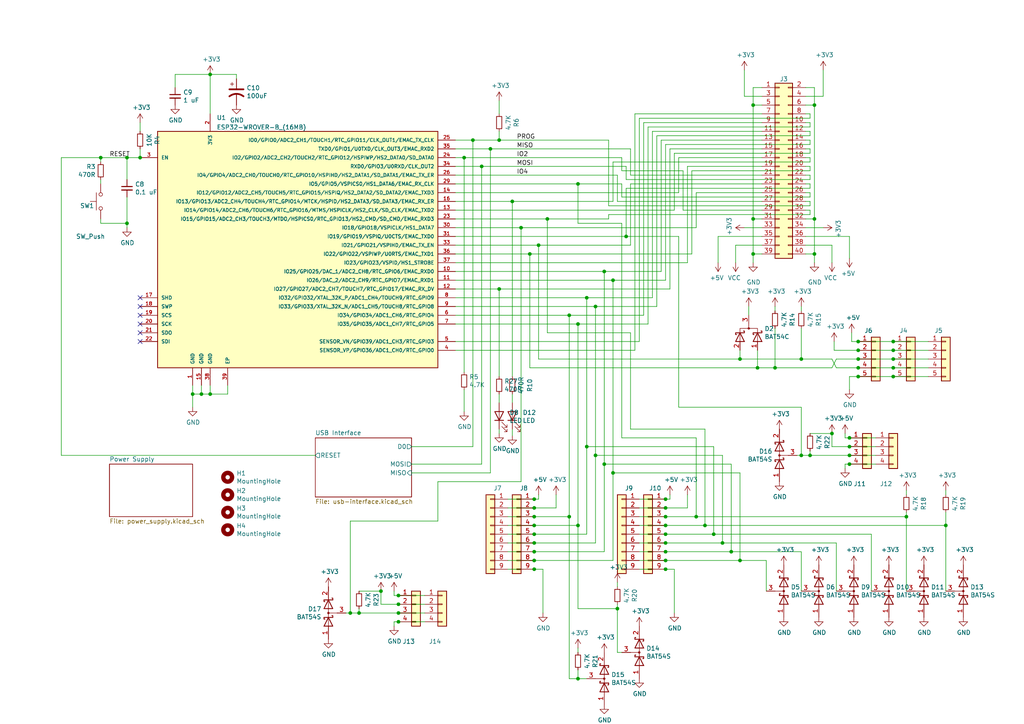
<source format=kicad_sch>
(kicad_sch (version 20211123) (generator eeschema)
  (paper "A4")
  (lib_symbols
    (symbol "Connector_Generic:Conn_01x04" (pin_names (offset 1.016) hide)
      (property "Reference" "J" (at 0 5.08 0))
      (property "Value" "Conn_01x04" (at 0 -7.62 0))
      (symbol "Conn_01x04_1_1"
        (pin passive line (at -5.08 2.54 0) (length 3.81) (name "Pin_1") (number "1"))
        (pin passive line (at -5.08 0 0) (length 3.81) (name "Pin_2") (number "2"))
        (pin passive line (at -5.08 -2.54 0) (length 3.81) (name "Pin_3") (number "3"))
        (pin passive line (at -5.08 -5.08 0) (length 3.81) (name "Pin_4") (number "4"))
      )
    )
    (symbol "Connector_Generic:Conn_01x05" (pin_names (offset 1.016) hide)
      (property "Reference" "J" (at 0 7.62 0))
      (property "Value" "Conn_01x05" (at 0 -7.62 0))
      (symbol "Conn_01x05_1_1"
        (pin passive line (at -5.08 5.08 0) (length 3.81) (name "Pin_1") (number "1"))
        (pin passive line (at -5.08 2.54 0) (length 3.81) (name "Pin_2") (number "2"))
        (pin passive line (at -5.08 0 0) (length 3.81) (name "Pin_3") (number "3"))
        (pin passive line (at -5.08 -2.54 0) (length 3.81) (name "Pin_4") (number "4"))
        (pin passive line (at -5.08 -5.08 0) (length 3.81) (name "Pin_5") (number "5"))
      )
    )
    (symbol "Connector_Generic:Conn_01x09" (pin_names (offset 1.016) hide)
      (property "Reference" "J" (at 0 12.7 0))
      (property "Value" "Conn_01x09" (at 0 -12.7 0))
      (symbol "Conn_01x09_1_1"
        (pin passive line (at -5.08 10.16 0) (length 3.81) (name "Pin_1") (number "1"))
        (pin passive line (at -5.08 7.62 0) (length 3.81) (name "Pin_2") (number "2"))
        (pin passive line (at -5.08 5.08 0) (length 3.81) (name "Pin_3") (number "3"))
        (pin passive line (at -5.08 2.54 0) (length 3.81) (name "Pin_4") (number "4"))
        (pin passive line (at -5.08 0 0) (length 3.81) (name "Pin_5") (number "5"))
        (pin passive line (at -5.08 -2.54 0) (length 3.81) (name "Pin_6") (number "6"))
        (pin passive line (at -5.08 -5.08 0) (length 3.81) (name "Pin_7") (number "7"))
        (pin passive line (at -5.08 -7.62 0) (length 3.81) (name "Pin_8") (number "8"))
        (pin passive line (at -5.08 -10.16 0) (length 3.81) (name "Pin_9") (number "9"))
      )
    )
    (symbol "Connector_Generic:Conn_02x20_Odd_Even" (pin_names (offset 1.016) hide)
      (property "Reference" "J" (at 1.27 25.4 0))
      (property "Value" "Conn_02x20_Odd_Even" (at 1.27 -27.94 0))
      (symbol "Conn_02x20_Odd_Even_1_1"
        (pin passive line (at -5.08 22.86 0) (length 3.81) (name "Pin_1") (number "1"))
        (pin passive line (at 7.62 12.7 180) (length 3.81) (name "Pin_10") (number "10"))
        (pin passive line (at -5.08 10.16 0) (length 3.81) (name "Pin_11") (number "11"))
        (pin passive line (at 7.62 10.16 180) (length 3.81) (name "Pin_12") (number "12"))
        (pin passive line (at -5.08 7.62 0) (length 3.81) (name "Pin_13") (number "13"))
        (pin passive line (at 7.62 7.62 180) (length 3.81) (name "Pin_14") (number "14"))
        (pin passive line (at -5.08 5.08 0) (length 3.81) (name "Pin_15") (number "15"))
        (pin passive line (at 7.62 5.08 180) (length 3.81) (name "Pin_16") (number "16"))
        (pin passive line (at -5.08 2.54 0) (length 3.81) (name "Pin_17") (number "17"))
        (pin passive line (at 7.62 2.54 180) (length 3.81) (name "Pin_18") (number "18"))
        (pin passive line (at -5.08 0 0) (length 3.81) (name "Pin_19") (number "19"))
        (pin passive line (at 7.62 22.86 180) (length 3.81) (name "Pin_2") (number "2"))
        (pin passive line (at 7.62 0 180) (length 3.81) (name "Pin_20") (number "20"))
        (pin passive line (at -5.08 -2.54 0) (length 3.81) (name "Pin_21") (number "21"))
        (pin passive line (at 7.62 -2.54 180) (length 3.81) (name "Pin_22") (number "22"))
        (pin passive line (at -5.08 -5.08 0) (length 3.81) (name "Pin_23") (number "23"))
        (pin passive line (at 7.62 -5.08 180) (length 3.81) (name "Pin_24") (number "24"))
        (pin passive line (at -5.08 -7.62 0) (length 3.81) (name "Pin_25") (number "25"))
        (pin passive line (at 7.62 -7.62 180) (length 3.81) (name "Pin_26") (number "26"))
        (pin passive line (at -5.08 -10.16 0) (length 3.81) (name "Pin_27") (number "27"))
        (pin passive line (at 7.62 -10.16 180) (length 3.81) (name "Pin_28") (number "28"))
        (pin passive line (at -5.08 -12.7 0) (length 3.81) (name "Pin_29") (number "29"))
        (pin passive line (at -5.08 20.32 0) (length 3.81) (name "Pin_3") (number "3"))
        (pin passive line (at 7.62 -12.7 180) (length 3.81) (name "Pin_30") (number "30"))
        (pin passive line (at -5.08 -15.24 0) (length 3.81) (name "Pin_31") (number "31"))
        (pin passive line (at 7.62 -15.24 180) (length 3.81) (name "Pin_32") (number "32"))
        (pin passive line (at -5.08 -17.78 0) (length 3.81) (name "Pin_33") (number "33"))
        (pin passive line (at 7.62 -17.78 180) (length 3.81) (name "Pin_34") (number "34"))
        (pin passive line (at -5.08 -20.32 0) (length 3.81) (name "Pin_35") (number "35"))
        (pin passive line (at 7.62 -20.32 180) (length 3.81) (name "Pin_36") (number "36"))
        (pin passive line (at -5.08 -22.86 0) (length 3.81) (name "Pin_37") (number "37"))
        (pin passive line (at 7.62 -22.86 180) (length 3.81) (name "Pin_38") (number "38"))
        (pin passive line (at -5.08 -25.4 0) (length 3.81) (name "Pin_39") (number "39"))
        (pin passive line (at 7.62 20.32 180) (length 3.81) (name "Pin_4") (number "4"))
        (pin passive line (at 7.62 -25.4 180) (length 3.81) (name "Pin_40") (number "40"))
        (pin passive line (at -5.08 17.78 0) (length 3.81) (name "Pin_5") (number "5"))
        (pin passive line (at 7.62 17.78 180) (length 3.81) (name "Pin_6") (number "6"))
        (pin passive line (at -5.08 15.24 0) (length 3.81) (name "Pin_7") (number "7"))
        (pin passive line (at 7.62 15.24 180) (length 3.81) (name "Pin_8") (number "8"))
        (pin passive line (at -5.08 12.7 0) (length 3.81) (name "Pin_9") (number "9"))
      )
    )
    (symbol "Device:CP1" (pin_numbers hide) (pin_names (offset 0.254) hide)
      (property "Reference" "C" (at 0.635 2.54 0))
      (property "Value" "Device_CP1" (at 0.635 -2.54 0))
      (symbol "CP1_1_1"
        (pin passive line (at 0 3.81 270) (length 2.794) (name "~") (number "1"))
        (pin passive line (at 0 -3.81 90) (length 3.302) (name "~") (number "2"))
      )
    )
    (symbol "Device:C_Small" (pin_numbers hide) (pin_names (offset 0.254) hide)
      (property "Reference" "C" (at 0.254 1.778 0))
      (property "Value" "C_Small" (at 0.254 -2.032 0))
      (symbol "C_Small_1_1"
        (pin passive line (at 0 2.54 270) (length 2.032) (name "~") (number "1"))
        (pin passive line (at 0 -2.54 90) (length 2.032) (name "~") (number "2"))
      )
    )
    (symbol "Device:D_Schottky_x2_KCom_AAK_Parallel" (pin_names (offset 0.762) hide)
      (property "Reference" "D" (at 0 5.08 0))
      (property "Value" "Device_D_Schottky_x2_KCom_AAK_Parallel" (at 0 -5.08 0))
      (symbol "D_Schottky_x2_KCom_AAK_Parallel_0_1"
        (pin passive line (at -5.08 2.54 0) (length 2.54) (name "K") (number "1"))
        (pin passive line (at -5.08 -2.54 0) (length 2.54) (name "K") (number "2"))
        (pin passive line (at 5.08 0 180) (length 2.54) (name "A") (number "3"))
      )
    )
    (symbol "Device:D_Schottky_x2_Serial_AKC" (pin_names (offset 0.762) hide)
      (property "Reference" "D" (at 1.27 -2.54 0))
      (property "Value" "Device_D_Schottky_x2_Serial_AKC" (at 0 2.54 0))
      (symbol "D_Schottky_x2_Serial_AKC_0_1"
        (pin passive line (at -7.62 0 0) (length 3.81) (name "A") (number "1"))
        (pin passive line (at 7.62 0 180) (length 3.81) (name "K") (number "2"))
        (pin passive line (at 0 -5.08 90) (length 2.54) (name "common") (number "3"))
      )
    )
    (symbol "Device:LED" (pin_numbers hide) (pin_names (offset 1.016) hide)
      (property "Reference" "D" (at 0 2.54 0))
      (property "Value" "LED" (at 0 -2.54 0))
      (symbol "LED_1_1"
        (pin passive line (at -3.81 0 0) (length 2.54) (name "K") (number "1"))
        (pin passive line (at 3.81 0 180) (length 2.54) (name "A") (number "2"))
      )
    )
    (symbol "Device:R_Small" (pin_numbers hide) (pin_names (offset 0.254) hide)
      (property "Reference" "R" (at 0.762 0.508 0))
      (property "Value" "R_Small" (at 0.762 -1.016 0))
      (symbol "R_Small_1_1"
        (pin passive line (at 0 2.54 270) (length 0.762) (name "~") (number "1"))
        (pin passive line (at 0 -2.54 90) (length 0.762) (name "~") (number "2"))
      )
    )
    (symbol "ESP32-Water-Meter-Monitor-rescue:D_Schottky_x2_Serial_AKC-Device" (pin_names (offset 0.762) hide)
      (property "Reference" "D" (at 1.27 -2.54 0))
      (property "Value" "D_Schottky_x2_Serial_AKC-Device" (at 0 2.54 0))
      (symbol "D_Schottky_x2_Serial_AKC-Device_0_1"
        (pin passive line (at -7.62 0 0) (length 3.81) (name "A") (number "1"))
        (pin passive line (at 7.62 0 180) (length 3.81) (name "K") (number "2"))
        (pin passive line (at 0 -5.08 90) (length 2.54) (name "common") (number "3"))
      )
    )
    (symbol "Mechanical:MountingHole" (pin_names (offset 1.016))
      (property "Reference" "H" (at 0 5.08 0))
      (property "Value" "MountingHole" (at 0 3.175 0))
    )
    (symbol "Switch:SW_Push" (pin_numbers hide) (pin_names (offset 1.016) hide)
      (property "Reference" "SW" (at 1.27 2.54 0))
      (property "Value" "Switch_SW_Push" (at 0 -1.524 0))
      (symbol "SW_Push_0_1"
        (pin passive line (at -5.08 0 0) (length 2.54) (name "1") (number "1"))
        (pin passive line (at 5.08 0 180) (length 2.54) (name "2") (number "2"))
      )
    )
    (symbol "custom:ESP32-WROVER-B_(16MB)" (pin_names (offset 1.016))
      (property "Reference" "U" (at 66.04 38.1 0))
      (property "Value" "ESP32-WROVER-B_(16MB)" (at 66.04 35.56 0))
      (symbol "ESP32-WROVER-B_(16MB)_0_0"
        (pin power_in line (at 30.48 -38.1 90) (length 5.08) (name "GND") (number "1"))
        (pin bidirectional line (at 106.68 -5.08 180) (length 5.08) (name "IO25/GPIO25/DAC_1/ADC2_CH8/RTC_GPIO6/EMAC_RXD0") (number "10"))
        (pin bidirectional line (at 106.68 -7.62 180) (length 5.08) (name "IO26/DAC_2/ADC2_CH9/RTC_GPIO7/EMAC_RXD1") (number "11"))
        (pin bidirectional line (at 106.68 -10.16 180) (length 5.08) (name "IO27/GPIO27/ADC2_CH7/TOUCH7/RTC_GPIO17/EMAC_RX_DV") (number "12"))
        (pin bidirectional line (at 106.68 12.7 180) (length 5.08) (name "IO14/GPIO14/ADC2_CH6/TOUCH6/RTC_GPIO16/MTMS/HSPICLK/HS2_CLK/SD_CLK/EMAC_TXD2") (number "13"))
        (pin bidirectional line (at 106.68 17.78 180) (length 5.08) (name "IO12/GPIO12/ADC2_CH5/TOUCH5/RTC_GPIO15/HSPIQ/HS2_DATA2/SD_DATA2/EMAC_TXD3") (number "14"))
        (pin power_in line (at 33.02 -38.1 90) (length 5.08) (name "GND") (number "15"))
        (pin bidirectional line (at 106.68 15.24 180) (length 5.08) (name "IO13/GPIO13/ADC2_CH4/TOUCH4/RTC_GPIO14/MTCK/HSPID/HS2_DATA3/SD_DATA3/EMAC_RX_ER") (number "16"))
        (pin bidirectional line (at 15.24 -12.7 0) (length 5.08) (name "SHD") (number "17"))
        (pin bidirectional line (at 15.24 -15.24 0) (length 5.08) (name "SWP") (number "18"))
        (pin bidirectional line (at 15.24 -17.78 0) (length 5.08) (name "SCS") (number "19"))
        (pin power_in line (at 35.56 40.64 270) (length 5.08) (name "3V3") (number "2"))
        (pin bidirectional line (at 15.24 -20.32 0) (length 5.08) (name "SCK") (number "20"))
        (pin bidirectional line (at 15.24 -22.86 0) (length 5.08) (name "SDO") (number "21"))
        (pin bidirectional line (at 15.24 -25.4 0) (length 5.08) (name "SDI") (number "22"))
        (pin bidirectional line (at 106.68 10.16 180) (length 5.08) (name "IO15/GPIO15/ADC2_CH3/TOUCH3/MTDO/HSPICS0/RTC_GPIO13/HS2_CMD/SD_CMD/EMAC_RXD3") (number "23"))
        (pin bidirectional line (at 106.68 27.94 180) (length 5.08) (name "IO2/GPIO2/ADC2_CH2/TOUCH2/RTC_GPIO12/HSPIWP/HS2_DATA0/SD_DATA0") (number "24"))
        (pin bidirectional line (at 106.68 33.02 180) (length 5.08) (name "IO0/GPIO0/ADC2_CH1/TOUCH1/RTC_GPIO11/CLK_OUT1/EMAC_TX_CLK") (number "25"))
        (pin bidirectional line (at 106.68 22.86 180) (length 5.08) (name "IO4/GPIO4/ADC2_CH0/TOUCH0/RTC_GPIO10/HSPIHD/HS2_DATA1/SD_DATA1/EMAC_TX_ER") (number "26"))
        (pin bidirectional line (at 106.68 20.32 180) (length 5.08) (name "IO5/GPIO5/VSPICS0/HS1_DATA6/EMAC_RX_CLK") (number "29"))
        (pin input line (at 15.24 27.94 0) (length 5.08) (name "EN") (number "3"))
        (pin bidirectional line (at 106.68 7.62 180) (length 5.08) (name "IO18/GPIO18/VSPICLK/HS1_DATA7") (number "30"))
        (pin bidirectional line (at 106.68 5.08 180) (length 5.08) (name "IO19/GPIO19/VSPIQ/U0CTS/EMAC_TXD0") (number "31"))
        (pin bidirectional line (at 106.68 2.54 180) (length 5.08) (name "IO21/GPIO21/VSPIHD/EMAC_TX_EN") (number "33"))
        (pin bidirectional line (at 106.68 25.4 180) (length 5.08) (name "RXD0/GPIO3/U0RXD/CLK_OUT2") (number "34"))
        (pin bidirectional line (at 106.68 30.48 180) (length 5.08) (name "TXD0/GPIO1/U0TXD/CLK_OUT3/EMAC_RXD2") (number "35"))
        (pin bidirectional line (at 106.68 0 180) (length 5.08) (name "IO22/GPIO22/VSPIWP/U0RTS/EMAC_TXD1") (number "36"))
        (pin bidirectional line (at 106.68 -2.54 180) (length 5.08) (name "IO23/GPIO23/VSPID/HS1_STROBE") (number "37"))
        (pin power_in line (at 35.56 -38.1 90) (length 5.08) (name "GND") (number "38"))
        (pin power_in line (at 40.64 -38.1 90) (length 5.08) (name "EP") (number "39"))
        (pin bidirectional line (at 106.68 -27.94 180) (length 5.08) (name "SENSOR_VP/GPIO36/ADC1_CH0/RTC_GPIO0") (number "4"))
        (pin bidirectional line (at 106.68 -25.4 180) (length 5.08) (name "SENSOR_VN/GPIO39/ADC1_CH3/RTC_GPIO3") (number "5"))
        (pin bidirectional line (at 106.68 -17.78 180) (length 5.08) (name "IO34/GPIO34/ADC1_CH6/RTC_GPIO4") (number "6"))
        (pin bidirectional line (at 106.68 -20.32 180) (length 5.08) (name "IO35/GPIO35/ADC1_CH7/RTC_GPIO5") (number "7"))
        (pin bidirectional line (at 106.68 -12.7 180) (length 5.08) (name "IO32/GPIO32/XTAL_32K_P/ADC1_CH4/TOUCH9/RTC_GPIO9") (number "8"))
        (pin bidirectional line (at 106.68 -15.24 180) (length 5.08) (name "IO33/GPIO33/XTAL_32K_N/ADC1_CH5/TOUCH8/RTC_GPIO8") (number "9"))
      )
    )
    (symbol "power:+3V3" (power) (pin_names (offset 0))
      (property "Value" "+3V3" (at 0 3.556 0))
      (symbol "+3V3_1_1"
        (pin power_in line (at 0 0 90) (length 0) hide (name "+3V3") (number "1"))
      )
    )
    (symbol "power:+5V" (power) (pin_names (offset 0))
      (property "Value" "+5V" (at 0 3.556 0))
      (symbol "+5V_1_1"
        (pin power_in line (at 0 0 90) (length 0) hide (name "+5V") (number "1"))
      )
    )
    (symbol "power:GND" (power) (pin_names (offset 0))
      (property "Value" "GND" (at 0 -3.81 0))
      (symbol "GND_1_1"
        (pin power_in line (at 0 0 270) (length 0) hide (name "GND") (number "1"))
      )
    )
    (symbol "power:VCC" (power) (pin_names (offset 0))
      (property "Value" "VCC" (at 0 3.81 0))
      (symbol "VCC_1_1"
        (pin power_in line (at 0 0 90) (length 0) hide (name "VCC") (number "1"))
      )
    )
  )
  (junction (at 193.04 152.4))
  (junction (at 175.26 78.74))
  (junction (at 179.07 176.53))
  (junction (at 209.55 157.48))
  (junction (at 193.04 154.94))
  (junction (at 154.94 154.94))
  (junction (at 246.38 127))
  (junction (at 193.04 144.78))
  (junction (at 101.6 177.8))
  (junction (at 259.08 99.06))
  (junction (at 177.8 81.28))
  (junction (at 232.41 104.14))
  (junction (at 154.94 149.86))
  (junction (at 193.04 149.86))
  (junction (at 134.62 45.72))
  (junction (at 29.21 45.72))
  (junction (at 154.94 152.4))
  (junction (at 167.64 93.98))
  (junction (at 167.64 152.4))
  (junction (at 259.08 109.22))
  (junction (at 154.94 144.78))
  (junction (at 214.63 104.14))
  (junction (at 40.64 45.72))
  (junction (at 248.92 104.14))
  (junction (at 248.92 101.6))
  (junction (at 248.92 99.06))
  (junction (at 181.61 68.58))
  (junction (at 193.04 165.1))
  (junction (at 167.64 53.34))
  (junction (at 219.71 106.68))
  (junction (at 60.96 21.59))
  (junction (at 115.57 175.26))
  (junction (at 218.44 73.66))
  (junction (at 248.92 109.22))
  (junction (at 246.38 129.54))
  (junction (at 36.83 45.72))
  (junction (at 154.94 165.1))
  (junction (at 115.57 172.72))
  (junction (at 241.3 125.73))
  (junction (at 248.92 106.68))
  (junction (at 234.95 132.08))
  (junction (at 259.08 104.14))
  (junction (at 58.42 114.3))
  (junction (at 193.04 162.56))
  (junction (at 36.83 64.77))
  (junction (at 156.21 71.12))
  (junction (at 170.18 129.54))
  (junction (at 262.89 149.86))
  (junction (at 170.18 86.36))
  (junction (at 154.94 160.02))
  (junction (at 207.01 154.94))
  (junction (at 154.94 147.32))
  (junction (at 236.22 30.48))
  (junction (at 151.13 66.04))
  (junction (at 232.41 132.08))
  (junction (at 115.57 180.34))
  (junction (at 246.38 132.08))
  (junction (at 115.57 177.8))
  (junction (at 236.22 63.5))
  (junction (at 154.94 162.56))
  (junction (at 259.08 101.6))
  (junction (at 148.59 58.42))
  (junction (at 193.04 160.02))
  (junction (at 172.72 132.08))
  (junction (at 177.8 137.16))
  (junction (at 212.09 160.02))
  (junction (at 137.16 40.64))
  (junction (at 218.44 30.48))
  (junction (at 193.04 157.48))
  (junction (at 60.96 114.3))
  (junction (at 175.26 134.62))
  (junction (at 236.22 73.66))
  (junction (at 142.24 43.18))
  (junction (at 172.72 88.9))
  (junction (at 139.7 48.26))
  (junction (at 167.64 196.85))
  (junction (at 218.44 63.5))
  (junction (at 165.1 91.44))
  (junction (at 259.08 106.68))
  (junction (at 165.1 149.86))
  (junction (at 154.94 157.48))
  (junction (at 158.75 63.5))
  (junction (at 153.67 73.66))
  (junction (at 214.63 162.56))
  (junction (at 201.93 149.86))
  (junction (at 246.38 134.62))
  (junction (at 144.78 83.82))
  (junction (at 110.49 171.45))
  (junction (at 55.88 114.3))
  (junction (at 224.79 106.68))
  (junction (at 274.32 152.4))
  (junction (at 104.14 177.8))
  (junction (at 193.04 147.32))
  (junction (at 204.47 152.4))
  (junction (at 144.78 40.64))
  (no_connect (at 40.64 91.44))
  (no_connect (at 40.64 88.9))
  (no_connect (at 40.64 86.36))
  (no_connect (at 40.64 99.06))
  (no_connect (at 40.64 96.52))
  (no_connect (at 40.64 93.98))
  (wire (pts (xy 179.07 58.42) (xy 220.98 58.42)))
  (wire (pts (xy 119.38 137.16) (xy 142.24 137.16)))
  (wire (pts (xy 234.95 130.81) (xy 234.95 132.08)))
  (wire (pts (xy 234.95 125.73) (xy 241.3 125.73)))
  (wire (pts (xy 40.64 35.56) (xy 40.64 38.1)))
  (wire (pts (xy 232.41 160.02) (xy 232.41 171.45)))
  (wire (pts (xy 55.88 118.11) (xy 55.88 114.3)))
  (wire (pts (xy 132.08 71.12) (xy 156.21 71.12)))
  (wire (pts (xy 234.95 34.29) (xy 234.95 33.02)))
  (wire (pts (xy 132.08 76.2) (xy 199.39 76.2)))
  (wire (pts (xy 180.34 53.34) (xy 180.34 57.15)))
  (wire (pts (xy 234.95 36.83) (xy 234.95 35.56)))
  (wire (pts (xy 222.25 162.56) (xy 214.63 162.56)))
  (wire (pts (xy 36.83 45.72) (xy 36.83 52.07)))
  (wire (pts (xy 193.04 162.56) (xy 214.63 162.56)))
  (wire (pts (xy 153.67 106.68) (xy 219.71 106.68)))
  (wire (pts (xy 181.61 54.61) (xy 234.95 54.61)))
  (wire (pts (xy 242.57 106.68) (xy 241.3 104.14)))
  (wire (pts (xy 234.95 39.37) (xy 234.95 38.1)))
  (wire (pts (xy 170.18 129.54) (xy 207.01 129.54)))
  (wire (pts (xy 180.34 64.77) (xy 167.64 64.77)))
  (wire (pts (xy 196.85 68.58) (xy 181.61 68.58)))
  (wire (pts (xy 132.08 93.98) (xy 167.64 93.98)))
  (wire (pts (xy 170.18 129.54) (xy 170.18 154.94)))
  (wire (pts (xy 232.41 95.25) (xy 232.41 104.14)))
  (wire (pts (xy 233.68 71.12) (xy 241.3 71.12)))
  (wire (pts (xy 195.58 60.96) (xy 195.58 44.45)))
  (wire (pts (xy 115.57 180.34) (xy 123.19 180.34)))
  (wire (pts (xy 218.44 63.5) (xy 218.44 73.66)))
  (wire (pts (xy 175.26 134.62) (xy 175.26 160.02)))
  (wire (pts (xy 170.18 86.36) (xy 170.18 129.54)))
  (wire (pts (xy 219.71 106.68) (xy 224.79 106.68)))
  (wire (pts (xy 58.42 114.3) (xy 55.88 114.3)))
  (wire (pts (xy 234.95 44.45) (xy 234.95 43.18)))
  (wire (pts (xy 241.3 76.2) (xy 241.3 71.12)))
  (wire (pts (xy 154.94 152.4) (xy 167.64 152.4)))
  (wire (pts (xy 158.75 63.5) (xy 176.53 63.5)))
  (wire (pts (xy 167.64 53.34) (xy 180.34 53.34)))
  (wire (pts (xy 29.21 64.77) (xy 36.83 64.77)))
  (wire (pts (xy 132.08 43.18) (xy 142.24 43.18)))
  (wire (pts (xy 246.38 68.58) (xy 233.68 68.58)))
  (wire (pts (xy 259.08 99.06) (xy 269.24 99.06)))
  (wire (pts (xy 201.93 127) (xy 201.93 149.86)))
  (wire (pts (xy 232.41 132.08) (xy 234.95 132.08)))
  (wire (pts (xy 259.08 104.14) (xy 269.24 104.14)))
  (wire (pts (xy 262.89 149.86) (xy 262.89 171.45)))
  (wire (pts (xy 262.89 148.59) (xy 262.89 149.86)))
  (wire (pts (xy 185.42 99.06) (xy 185.42 34.29)))
  (wire (pts (xy 236.22 73.66) (xy 233.68 73.66)))
  (wire (pts (xy 134.62 45.72) (xy 134.62 107.95)))
  (wire (pts (xy 232.41 88.9) (xy 232.41 90.17)))
  (wire (pts (xy 234.95 33.02) (xy 233.68 33.02)))
  (wire (pts (xy 224.79 106.68) (xy 241.3 106.68)))
  (wire (pts (xy 147.32 147.32) (xy 154.94 147.32)))
  (wire (pts (xy 180.34 49.53) (xy 180.34 45.72)))
  (wire (pts (xy 156.21 71.12) (xy 182.88 71.12)))
  (wire (pts (xy 234.95 35.56) (xy 233.68 35.56)))
  (wire (pts (xy 222.25 162.56) (xy 222.25 171.45)))
  (wire (pts (xy 115.57 175.26) (xy 123.19 175.26)))
  (wire (pts (xy 170.18 86.36) (xy 189.23 86.36)))
  (wire (pts (xy 154.94 157.48) (xy 172.72 157.48)))
  (wire (pts (xy 132.08 40.64) (xy 137.16 40.64)))
  (wire (pts (xy 236.22 63.5) (xy 236.22 73.66)))
  (wire (pts (xy 147.32 165.1) (xy 154.94 165.1)))
  (wire (pts (xy 236.22 25.4) (xy 236.22 30.48)))
  (wire (pts (xy 132.08 78.74) (xy 175.26 78.74)))
  (wire (pts (xy 193.04 165.1) (xy 195.58 165.1)))
  (wire (pts (xy 194.31 43.18) (xy 220.98 43.18)))
  (wire (pts (xy 40.64 43.18) (xy 40.64 45.72)))
  (wire (pts (xy 132.08 83.82) (xy 144.78 83.82)))
  (wire (pts (xy 234.95 41.91) (xy 234.95 40.64)))
  (wire (pts (xy 248.92 99.06) (xy 259.08 99.06)))
  (wire (pts (xy 193.04 144.78) (xy 194.31 144.78)))
  (wire (pts (xy 201.93 127) (xy 180.34 127)))
  (wire (pts (xy 234.95 132.08) (xy 246.38 132.08)))
  (wire (pts (xy 236.22 76.2) (xy 236.22 73.66)))
  (wire (pts (xy 214.63 137.16) (xy 214.63 162.56)))
  (wire (pts (xy 248.92 109.22) (xy 259.08 109.22)))
  (wire (pts (xy 186.69 91.44) (xy 186.69 35.56)))
  (wire (pts (xy 246.38 127) (xy 254 127)))
  (wire (pts (xy 193.04 160.02) (xy 212.09 160.02)))
  (wire (pts (xy 132.08 66.04) (xy 151.13 66.04)))
  (wire (pts (xy 36.83 45.72) (xy 40.64 45.72)))
  (wire (pts (xy 208.28 68.58) (xy 208.28 76.2)))
  (wire (pts (xy 177.8 46.99) (xy 234.95 46.99)))
  (wire (pts (xy 233.68 63.5) (xy 236.22 63.5)))
  (wire (pts (xy 185.42 152.4) (xy 193.04 152.4)))
  (wire (pts (xy 167.64 187.96) (xy 167.64 189.23)))
  (wire (pts (xy 185.42 157.48) (xy 193.04 157.48)))
  (wire (pts (xy 132.08 91.44) (xy 165.1 91.44)))
  (wire (pts (xy 234.95 52.07) (xy 234.95 50.8)))
  (wire (pts (xy 17.78 132.08) (xy 17.78 45.72)))
  (wire (pts (xy 185.42 149.86) (xy 193.04 149.86)))
  (wire (pts (xy 217.17 88.9) (xy 217.17 91.44)))
  (wire (pts (xy 132.08 99.06) (xy 185.42 99.06)))
  (wire (pts (xy 66.04 114.3) (xy 60.96 114.3)))
  (wire (pts (xy 193.04 147.32) (xy 199.39 147.32)))
  (wire (pts (xy 193.04 154.94) (xy 207.01 154.94)))
  (wire (pts (xy 190.5 39.37) (xy 234.95 39.37)))
  (wire (pts (xy 185.42 154.94) (xy 193.04 154.94)))
  (wire (pts (xy 199.39 143.51) (xy 199.39 147.32)))
  (wire (pts (xy 218.44 30.48) (xy 218.44 63.5)))
  (wire (pts (xy 55.88 114.3) (xy 55.88 111.76)))
  (wire (pts (xy 147.32 157.48) (xy 154.94 157.48)))
  (wire (pts (xy 132.08 86.36) (xy 170.18 86.36)))
  (wire (pts (xy 185.42 162.56) (xy 193.04 162.56)))
  (wire (pts (xy 218.44 30.48) (xy 220.98 30.48)))
  (wire (pts (xy 119.38 129.54) (xy 137.16 129.54)))
  (wire (pts (xy 248.92 104.14) (xy 242.57 104.14)))
  (wire (pts (xy 114.3 171.45) (xy 114.3 172.72)))
  (wire (pts (xy 274.32 171.45) (xy 274.32 152.4)))
  (wire (pts (xy 175.26 134.62) (xy 212.09 134.62)))
  (wire (pts (xy 201.93 149.86) (xy 262.89 149.86)))
  (wire (pts (xy 144.78 109.22) (xy 144.78 83.82)))
  (wire (pts (xy 127 139.7) (xy 151.13 139.7)))
  (wire (pts (xy 29.21 45.72) (xy 36.83 45.72)))
  (wire (pts (xy 207.01 154.94) (xy 252.73 154.94)))
  (wire (pts (xy 132.08 50.8) (xy 179.07 50.8)))
  (wire (pts (xy 182.88 71.12) (xy 182.88 53.34)))
  (wire (pts (xy 179.07 176.53) (xy 179.07 189.23)))
  (wire (pts (xy 231.14 132.08) (xy 232.41 132.08)))
  (wire (pts (xy 234.95 60.96) (xy 233.68 60.96)))
  (wire (pts (xy 204.47 124.46) (xy 182.88 124.46)))
  (wire (pts (xy 196.85 45.72) (xy 220.98 45.72)))
  (wire (pts (xy 259.08 101.6) (xy 269.24 101.6)))
  (wire (pts (xy 147.32 144.78) (xy 154.94 144.78)))
  (wire (pts (xy 132.08 55.88) (xy 196.85 55.88)))
  (wire (pts (xy 100.33 177.8) (xy 101.6 177.8)))
  (wire (pts (xy 180.34 57.15) (xy 234.95 57.15)))
  (wire (pts (xy 158.75 63.5) (xy 158.75 96.52)))
  (wire (pts (xy 29.21 53.34) (xy 29.21 52.07)))
  (wire (pts (xy 215.9 27.94) (xy 220.98 27.94)))
  (wire (pts (xy 234.95 53.34) (xy 233.68 53.34)))
  (wire (pts (xy 245.11 134.62) (xy 246.38 134.62)))
  (wire (pts (xy 181.61 48.26) (xy 181.61 52.07)))
  (wire (pts (xy 182.88 96.52) (xy 182.88 124.46)))
  (wire (pts (xy 172.72 132.08) (xy 172.72 157.48)))
  (wire (pts (xy 17.78 45.72) (xy 29.21 45.72)))
  (wire (pts (xy 142.24 43.18) (xy 182.88 43.18)))
  (wire (pts (xy 151.13 66.04) (xy 201.93 66.04)))
  (wire (pts (xy 259.08 106.68) (xy 269.24 106.68)))
  (wire (pts (xy 234.95 62.23) (xy 234.95 60.96)))
  (wire (pts (xy 167.64 93.98) (xy 167.64 152.4)))
  (wire (pts (xy 234.95 59.69) (xy 234.95 58.42)))
  (wire (pts (xy 248.92 104.14) (xy 259.08 104.14)))
  (wire (pts (xy 144.78 114.3) (xy 144.78 116.84)))
  (wire (pts (xy 60.96 21.59) (xy 50.8 21.59)))
  (wire (pts (xy 194.31 83.82) (xy 194.31 43.18)))
  (wire (pts (xy 184.15 101.6) (xy 184.15 33.02)))
  (wire (pts (xy 114.3 181.61) (xy 114.3 180.34)))
  (wire (pts (xy 154.94 165.1) (xy 157.48 165.1)))
  (wire (pts (xy 68.58 21.59) (xy 60.96 21.59)))
  (wire (pts (xy 176.53 62.23) (xy 234.95 62.23)))
  (wire (pts (xy 185.42 147.32) (xy 193.04 147.32)))
  (wire (pts (xy 248.92 106.68) (xy 259.08 106.68)))
  (wire (pts (xy 189.23 38.1) (xy 220.98 38.1)))
  (wire (pts (xy 154.94 162.56) (xy 177.8 162.56)))
  (wire (pts (xy 234.95 58.42) (xy 233.68 58.42)))
  (wire (pts (xy 193.04 149.86) (xy 201.93 149.86)))
  (wire (pts (xy 236.22 30.48) (xy 236.22 63.5)))
  (wire (pts (xy 58.42 111.76) (xy 58.42 114.3)))
  (wire (pts (xy 161.29 143.51) (xy 161.29 147.32)))
  (wire (pts (xy 199.39 76.2) (xy 199.39 48.26)))
  (wire (pts (xy 177.8 137.16) (xy 177.8 162.56)))
  (wire (pts (xy 165.1 91.44) (xy 165.1 149.86)))
  (wire (pts (xy 241.935 101.6) (xy 248.92 101.6)))
  (wire (pts (xy 144.78 33.02) (xy 144.78 29.21)))
  (wire (pts (xy 114.3 180.34) (xy 115.57 180.34)))
  (wire (pts (xy 238.76 20.32) (xy 238.76 27.94)))
  (wire (pts (xy 224.79 88.9) (xy 224.79 90.17)))
  (wire (pts (xy 234.95 48.26) (xy 233.68 48.26)))
  (wire (pts (xy 247.015 96.52) (xy 247.015 99.06)))
  (wire (pts (xy 115.57 172.72) (xy 123.19 172.72)))
  (wire (pts (xy 29.21 46.99) (xy 29.21 45.72)))
  (wire (pts (xy 134.62 119.38) (xy 134.62 113.03)))
  (wire (pts (xy 165.1 149.86) (xy 165.1 196.85)))
  (wire (pts (xy 119.38 134.62) (xy 139.7 134.62)))
  (wire (pts (xy 234.95 49.53) (xy 234.95 48.26)))
  (wire (pts (xy 232.41 104.14) (xy 241.3 104.14)))
  (wire (pts (xy 132.08 81.28) (xy 177.8 81.28)))
  (wire (pts (xy 182.88 43.18) (xy 182.88 50.8)))
  (wire (pts (xy 132.08 88.9) (xy 172.72 88.9)))
  (wire (pts (xy 101.6 177.8) (xy 104.14 177.8)))
  (wire (pts (xy 193.04 152.4) (xy 204.47 152.4)))
  (wire (pts (xy 234.95 38.1) (xy 233.68 38.1)))
  (wire (pts (xy 200.66 73.66) (xy 200.66 49.53)))
  (wire (pts (xy 214.63 101.6) (xy 214.63 104.14)))
  (wire (pts (xy 182.88 50.8) (xy 220.98 50.8)))
  (wire (pts (xy 114.3 172.72) (xy 115.57 172.72)))
  (wire (pts (xy 165.1 91.44) (xy 186.69 91.44)))
  (wire (pts (xy 153.67 73.66) (xy 153.67 106.68)))
  (wire (pts (xy 238.76 27.94) (xy 233.68 27.94)))
  (wire (pts (xy 101.6 177.8) (xy 101.6 151.13)))
  (wire (pts (xy 213.36 71.12) (xy 220.98 71.12)))
  (wire (pts (xy 245.11 135.89) (xy 245.11 134.62)))
  (wire (pts (xy 179.07 189.23) (xy 180.34 189.23)))
  (wire (pts (xy 36.83 57.15) (xy 36.83 64.77)))
  (wire (pts (xy 139.7 134.62) (xy 139.7 48.26)))
  (wire (pts (xy 132.08 63.5) (xy 158.75 63.5)))
  (wire (pts (xy 195.58 177.8) (xy 195.58 165.1)))
  (wire (pts (xy 134.62 45.72) (xy 132.08 45.72)))
  (wire (pts (xy 104.14 177.8) (xy 115.57 177.8)))
  (wire (pts (xy 156.21 144.78) (xy 154.94 144.78)))
  (wire (pts (xy 234.95 46.99) (xy 234.95 45.72)))
  (wire (pts (xy 187.96 36.83) (xy 234.95 36.83)))
  (wire (pts (xy 212.09 134.62) (xy 212.09 160.02)))
  (wire (pts (xy 200.66 49.53) (xy 234.95 49.53)))
  (wire (pts (xy 68.58 22.86) (xy 68.58 21.59)))
  (wire (pts (xy 233.68 66.04) (xy 238.76 66.04)))
  (wire (pts (xy 220.98 25.4) (xy 218.44 25.4)))
  (wire (pts (xy 167.64 176.53) (xy 179.07 176.53)))
  (wire (pts (xy 241.3 129.54) (xy 246.38 129.54)))
  (wire (pts (xy 196.85 118.11) (xy 196.85 68.58)))
  (wire (pts (xy 127 151.13) (xy 127 139.7)))
  (wire (pts (xy 29.21 63.5) (xy 29.21 64.77)))
  (wire (pts (xy 234.95 54.61) (xy 234.95 53.34)))
  (wire (pts (xy 154.94 160.02) (xy 175.26 160.02)))
  (wire (pts (xy 182.88 53.34) (xy 220.98 53.34)))
  (wire (pts (xy 193.04 81.28) (xy 193.04 41.91)))
  (wire (pts (xy 50.8 21.59) (xy 50.8 25.4)))
  (wire (pts (xy 154.94 147.32) (xy 161.29 147.32)))
  (wire (pts (xy 199.39 48.26) (xy 220.98 48.26)))
  (wire (pts (xy 207.01 129.54) (xy 207.01 154.94)))
  (wire (pts (xy 184.15 33.02) (xy 220.98 33.02)))
  (wire (pts (xy 147.32 152.4) (xy 154.94 152.4)))
  (wire (pts (xy 234.95 45.72) (xy 233.68 45.72)))
  (wire (pts (xy 214.63 104.14) (xy 232.41 104.14)))
  (wire (pts (xy 132.08 48.26) (xy 139.7 48.26)))
  (wire (pts (xy 137.16 40.64) (xy 144.78 40.64)))
  (wire (pts (xy 176.53 63.5) (xy 176.53 62.23)))
  (wire (pts (xy 60.96 114.3) (xy 58.42 114.3)))
  (wire (pts (xy 246.38 132.08) (xy 254 132.08)))
  (wire (pts (xy 132.08 53.34) (xy 167.64 53.34)))
  (wire (pts (xy 60.96 111.76) (xy 60.96 114.3)))
  (wire (pts (xy 101.6 151.13) (xy 127 151.13)))
  (wire (pts (xy 248.92 101.6) (xy 259.08 101.6)))
  (wire (pts (xy 274.32 148.59) (xy 274.32 152.4)))
  (wire (pts (xy 144.78 83.82) (xy 194.31 83.82)))
  (wire (pts (xy 134.62 45.72) (xy 180.34 45.72)))
  (wire (pts (xy 177.8 81.28) (xy 193.04 81.28)))
  (wire (pts (xy 36.83 64.77) (xy 36.83 66.04)))
  (wire (pts (xy 91.44 132.08) (xy 17.78 132.08)))
  (wire (pts (xy 104.14 176.53) (xy 104.14 177.8)))
  (wire (pts (xy 209.55 157.48) (xy 242.57 157.48)))
  (wire (pts (xy 220.98 68.58) (xy 208.28 68.58)))
  (wire (pts (xy 167.64 152.4) (xy 167.64 176.53)))
  (wire (pts (xy 242.57 157.48) (xy 242.57 171.45)))
  (wire (pts (xy 212.09 160.02) (xy 232.41 160.02)))
  (wire (pts (xy 181.61 52.07) (xy 234.95 52.07)))
  (wire (pts (xy 175.26 78.74) (xy 191.77 78.74)))
  (wire (pts (xy 234.95 40.64) (xy 233.68 40.64)))
  (wire (pts (xy 234.95 55.88) (xy 233.68 55.88)))
  (wire (pts (xy 248.92 106.68) (xy 242.57 106.68)))
  (wire (pts (xy 218.44 73.66) (xy 220.98 73.66)))
  (wire (pts (xy 179.07 175.26) (xy 179.07 176.53)))
  (wire (pts (xy 185.42 34.29) (xy 234.95 34.29)))
  (wire (pts (xy 191.77 40.64) (xy 220.98 40.64)))
  (wire (pts (xy 137.16 40.64) (xy 137.16 129.54)))
  (wire (pts (xy 193.04 157.48) (xy 209.55 157.48)))
  (wire (pts (xy 191.77 78.74) (xy 191.77 40.64)))
  (wire (pts (xy 274.32 152.4) (xy 204.47 152.4)))
  (wire (pts (xy 115.57 177.8) (xy 123.19 177.8)))
  (wire (pts (xy 185.42 160.02) (xy 193.04 160.02)))
  (wire (pts (xy 181.61 68.58) (xy 181.61 54.61)))
  (wire (pts (xy 132.08 58.42) (xy 148.59 58.42)))
  (wire (pts (xy 252.73 154.94) (xy 252.73 171.45)))
  (wire (pts (xy 177.8 81.28) (xy 177.8 137.16)))
  (wire (pts (xy 156.21 104.14) (xy 156.21 71.12)))
  (wire (pts (xy 147.32 162.56) (xy 154.94 162.56)))
  (wire (pts (xy 224.79 95.25) (xy 224.79 106.68)))
  (wire (pts (xy 201.93 55.88) (xy 220.98 55.88)))
  (wire (pts (xy 218.44 25.4) (xy 218.44 30.48)))
  (wire (pts (xy 196.85 118.11) (xy 232.41 118.11)))
  (wire (pts (xy 179.07 168.91) (xy 179.07 170.18)))
  (wire (pts (xy 234.95 43.18) (xy 233.68 43.18)))
  (wire (pts (xy 185.42 144.78) (xy 193.04 144.78)))
  (wire (pts (xy 167.64 196.85) (xy 170.18 196.85)))
  (wire (pts (xy 147.32 149.86) (xy 154.94 149.86)))
  (wire (pts (xy 148.59 109.22) (xy 148.59 58.42)))
  (wire (pts (xy 132.08 68.58) (xy 181.61 68.58)))
  (wire (pts (xy 215.9 66.04) (xy 220.98 66.04)))
  (wire (pts (xy 180.34 127) (xy 180.34 64.77)))
  (wire (pts (xy 156.21 143.51) (xy 156.21 144.78)))
  (wire (pts (xy 198.12 60.96) (xy 198.12 49.53)))
  (wire (pts (xy 219.71 101.6) (xy 219.71 106.68)))
  (wire (pts (xy 172.72 88.9) (xy 190.5 88.9)))
  (wire (pts (xy 144.78 40.64) (xy 144.78 38.1)))
  (wire (pts (xy 147.32 154.94) (xy 154.94 154.94)))
  (wire (pts (xy 274.32 142.24) (xy 274.32 143.51)))
  (wire (pts (xy 242.57 104.14) (xy 241.3 106.68)))
  (wire (pts (xy 246.38 109.22) (xy 248.92 109.22)))
  (wire (pts (xy 241.935 99.06) (xy 241.935 101.6)))
  (wire (pts (xy 246.38 113.03) (xy 246.38 109.22)))
  (wire (pts (xy 132.08 73.66) (xy 153.67 73.66)))
  (wire (pts (xy 233.68 25.4) (xy 236.22 25.4)))
  (wire (pts (xy 148.59 126.365) (xy 148.59 124.46)))
  (wire (pts (xy 172.72 132.08) (xy 209.55 132.08)))
  (wire (pts (xy 66.04 111.76) (xy 66.04 114.3)))
  (wire (pts (xy 241.3 125.73) (xy 241.3 129.54)))
  (wire (pts (xy 156.21 104.14) (xy 214.63 104.14)))
  (wire (pts (xy 196.85 55.88) (xy 196.85 45.72)))
  (wire (pts (xy 195.58 44.45) (xy 234.95 44.45)))
  (wire (pts (xy 186.69 35.56) (xy 220.98 35.56)))
  (wire (pts (xy 148.59 58.42) (xy 177.8 58.42)))
  (wire (pts (xy 198.12 49.53) (xy 180.34 49.53)))
  (wire (pts (xy 172.72 88.9) (xy 172.72 132.08)))
  (wire (pts (xy 246.38 134.62) (xy 254 134.62)))
  (wire (pts (xy 153.67 73.66) (xy 200.66 73.66)))
  (wire (pts (xy 132.08 60.96) (xy 195.58 60.96)))
  (wire (pts (xy 167.64 64.77) (xy 167.64 53.34)))
  (wire (pts (xy 193.04 41.91) (xy 234.95 41.91)))
  (wire (pts (xy 259.08 109.22) (xy 269.24 109.22)))
  (wire (pts (xy 167.64 93.98) (xy 187.96 93.98)))
  (wire (pts (xy 142.24 137.16) (xy 142.24 43.18)))
  (wire (pts (xy 154.94 149.86) (xy 165.1 149.86)))
  (wire (pts (xy 179.07 50.8) (xy 179.07 58.42)))
  (wire (pts (xy 247.015 99.06) (xy 248.92 99.06)))
  (wire (pts (xy 220.98 60.96) (xy 198.12 60.96)))
  (wire (pts (xy 190.5 88.9) (xy 190.5 39.37)))
  (wire (pts (xy 148.59 114.3) (xy 148.59 116.84)))
  (wire (pts (xy 177.8 58.42) (xy 177.8 46.99)))
  (wire (pts (xy 234.95 50.8) (xy 233.68 50.8)))
  (wire (pts (xy 144.78 125.73) (xy 144.78 124.46)))
  (wire (pts (xy 175.26 78.74) (xy 175.26 134.62)))
  (wire (pts (xy 165.1 196.85) (xy 167.64 196.85)))
  (wire (pts (xy 177.8 137.16) (xy 214.63 137.16)))
  (wire (pts (xy 194.31 143.51) (xy 194.31 144.78)))
  (wire (pts (xy 218.44 76.2) (xy 218.44 73.66)))
  (wire (pts (xy 187.96 93.98) (xy 187.96 36.83)))
  (wire (pts (xy 176.53 40.64) (xy 176.53 59.69)))
  (wire (pts (xy 176.53 59.69) (xy 234.95 59.69)))
  (wire (pts (xy 213.36 76.2) (xy 213.36 71.12)))
  (wire (pts (xy 236.22 30.48) (xy 233.68 30.48)))
  (wire (pts (xy 185.42 165.1) (xy 193.04 165.1)))
  (wire (pts (xy 60.96 21.59) (xy 60.96 33.02)))
  (wire (pts (xy 154.94 154.94) (xy 170.18 154.94)))
  (wire (pts (xy 215.9 20.32) (xy 215.9 27.94)))
  (wire (pts (xy 158.75 96.52) (xy 182.88 96.52)))
  (wire (pts (xy 246.38 129.54) (xy 254 129.54)))
  (wire (pts (xy 147.32 160.02) (xy 154.94 160.02)))
  (wire (pts (xy 232.41 118.11) (xy 232.41 132.08)))
  (wire (pts (xy 218.44 63.5) (xy 220.98 63.5)))
  (wire (pts (xy 234.95 57.15) (xy 234.95 55.88)))
  (wire (pts (xy 144.78 40.64) (xy 176.53 40.64)))
  (wire (pts (xy 132.08 101.6) (xy 184.15 101.6)))
  (wire (pts (xy 262.89 142.24) (xy 262.89 143.51)))
  (wire (pts (xy 139.7 48.26) (xy 181.61 48.26)))
  (wire (pts (xy 245.11 125.73) (xy 245.11 127)))
  (wire (pts (xy 245.11 127) (xy 246.38 127)))
  (wire (pts (xy 104.14 171.45) (xy 110.49 171.45)))
  (wire (pts (xy 110.49 175.26) (xy 115.57 175.26)))
  (wire (pts (xy 167.64 194.31) (xy 167.64 196.85)))
  (wire (pts (xy 204.47 124.46) (xy 204.47 152.4)))
  (wire (pts (xy 110.49 171.45) (xy 110.49 175.26)))
  (wire (pts (xy 246.38 68.58) (xy 246.38 74.93)))
  (wire (pts (xy 157.48 177.8) (xy 157.48 165.1)))
  (wire (pts (xy 209.55 132.08) (xy 209.55 157.48)))
  (wire (pts (xy 189.23 86.36) (xy 189.23 38.1)))
  (wire (pts (xy 201.93 66.04) (xy 201.93 55.88)))
  (wire (pts (xy 151.13 66.04) (xy 151.13 139.7)))
  (label "RESET" (at 31.75 45.72 0))
  (label "IO2" (at 149.86 45.72 0))
  (label "MISO" (at 149.86 43.18 0))
  (label "MOSI" (at 149.86 48.26 0))
  (label "PROG" (at 149.86 40.64 0))
  (label "IO4" (at 149.86 50.8 0))
  (symbol (lib_id "Switch:SW_Push") (at 29.21 58.42 90) (mirror x) (unit 1)
    (property "Reference" "SW1" (at 27.305 59.69 90) (effects (justify left)))
    (property "Value" "SW_Push" (at 30.48 68.58 90) (effects (justify left)))
    (property "Footprint" "Button_Switch_SMD:SW_SPST_CK_RS282G05A3" (effects hide))
    (property "LCSC" "C14663" (effects hide))
  )
  (symbol (lib_id "Device:C_Small") (at 36.83 54.61 0) (unit 1)
    (property "Reference" "C8" (at 39.1668 53.4416 0) (effects (justify left)))
    (property "Value" "0.1 uF" (at 39.1668 55.753 0) (effects (justify left)))
    (property "Footprint" "Capacitor_SMD:C_0603_1608Metric" (effects hide))
    (property "LCSC" "C15849" (effects hide))
  )
  (symbol (lib_id "Device:R_Small") (at 144.78 35.56 180) (unit 1)
    (property "Reference" "R6" (at 149.7584 35.56 90))
    (property "Value" "4.7K" (at 147.447 35.56 90))
    (property "Footprint" "Resistor_SMD:R_0603_1608Metric" (effects hide))
    (property "LCSC" "C14663" (effects hide))
  )
  (symbol (lib_id "power:+3V3") (at 144.78 29.21 0) (unit 1)
    (property "Reference" "#PWR022" (effects hide))
    (property "Value" "+3V3" (at 145.161 24.8158 0))
    (property "LCSC" "C14663" (effects hide))
  )
  (symbol (lib_id "power:GND") (at 36.83 66.04 0) (unit 1)
    (property "Reference" "#PWR04" (effects hide))
    (property "Value" "GND" (at 36.957 70.4342 0))
    (property "LCSC" "C14663" (effects hide))
  )
  (symbol (lib_id "Device:R_Small") (at 29.21 49.53 180) (unit 1)
    (property "Reference" "R3" (at 27.7368 48.3616 0) (effects (justify left)))
    (property "Value" "470R" (at 27.7368 50.673 0) (effects (justify left)))
    (property "Footprint" "Resistor_SMD:R_0603_1608Metric" (effects hide))
    (property "LCSC" "C14663" (effects hide))
  )
  (symbol (lib_id "Device:R_Small") (at 40.64 40.64 180) (unit 1)
    (property "Reference" "R4" (at 45.6184 40.64 90))
    (property "Value" "10K" (at 43.307 40.64 90))
    (property "Footprint" "Resistor_SMD:R_0603_1608Metric" (effects hide))
    (property "LCSC" "C14663" (effects hide))
  )
  (symbol (lib_id "Device:R_Small") (at 134.62 110.49 180) (unit 1)
    (property "Reference" "R5" (at 136.1186 109.3216 0) (effects (justify right)))
    (property "Value" "4.7K" (at 136.1186 111.633 0) (effects (justify right)))
    (property "Footprint" "Resistor_SMD:R_0603_1608Metric" (effects hide))
    (property "LCSC" "C14663" (effects hide))
  )
  (symbol (lib_id "power:GND") (at 134.62 119.38 0) (unit 1)
    (property "Reference" "#PWR021" (effects hide))
    (property "Value" "GND" (at 134.747 123.7742 0))
    (property "LCSC" "C14663" (effects hide))
  )
  (symbol (lib_id "power:+3V3") (at 60.96 21.59 0) (unit 1)
    (property "Reference" "#PWR019" (effects hide))
    (property "Value" "+3V3" (at 61.341 17.1958 0))
    (property "LCSC" "C14663" (effects hide))
  )
  (symbol (lib_id "power:+3V3") (at 40.64 35.56 0) (unit 1)
    (property "Reference" "#PWR05" (effects hide))
    (property "Value" "+3V3" (at 41.021 31.1658 0))
    (property "LCSC" "C14663" (effects hide))
  )
  (symbol (lib_id "Device:C_Small") (at 50.8 27.94 0) (unit 1)
    (property "Reference" "C9" (at 53.1368 26.7716 0) (effects (justify left)))
    (property "Value" "1 uF" (at 53.1368 29.083 0) (effects (justify left)))
    (property "Footprint" "Capacitor_SMD:C_0603_1608Metric" (effects hide))
    (property "LCSC" "C14663" (effects hide))
  )
  (symbol (lib_id "Device:CP1") (at 68.58 26.67 0) (unit 1)
    (property "Reference" "C10" (at 71.501 25.5016 0) (effects (justify left)))
    (property "Value" "100uF" (at 71.501 27.813 0) (effects (justify left)))
    (property "Footprint" "Capacitor_Tantalum_SMD:CP_EIA-7343-20_Kemet-V" (effects hide))
    (property "LCSC" "C14663" (effects hide))
  )
  (symbol (lib_id "power:GND") (at 68.58 30.48 0) (unit 1)
    (property "Reference" "#PWR020" (effects hide))
    (property "Value" "GND" (at 68.707 34.8742 0))
    (property "LCSC" "C14663" (effects hide))
  )
  (symbol (lib_id "power:GND") (at 50.8 30.48 0) (unit 1)
    (property "Reference" "#PWR018" (effects hide))
    (property "Value" "GND" (at 50.927 34.8742 0))
    (property "LCSC" "C14663" (effects hide))
  )
  (symbol (lib_id "Mechanical:MountingHole") (at 66.04 138.43 0) (unit 1)
    (property "Reference" "H1" (at 68.58 137.2616 0) (effects (justify left)))
    (property "Value" "MountingHole" (at 68.58 139.573 0) (effects (justify left)))
    (property "Footprint" "MountingHole:MountingHole_2.5mm_Pad_Via" (effects hide))
  )
  (symbol (lib_id "Mechanical:MountingHole") (at 66.04 143.51 0) (unit 1)
    (property "Reference" "H2" (at 68.58 142.3416 0) (effects (justify left)))
    (property "Value" "MountingHole" (at 68.58 144.653 0) (effects (justify left)))
    (property "Footprint" "MountingHole:MountingHole_2.5mm_Pad_Via" (effects hide))
  )
  (symbol (lib_id "Mechanical:MountingHole") (at 66.04 148.59 0) (unit 1)
    (property "Reference" "H3" (at 68.58 147.4216 0) (effects (justify left)))
    (property "Value" "MountingHole" (at 68.58 149.733 0) (effects (justify left)))
    (property "Footprint" "MountingHole:MountingHole_2.5mm_Pad_Via" (effects hide))
  )
  (symbol (lib_id "Mechanical:MountingHole") (at 66.04 153.67 0) (unit 1)
    (property "Reference" "H4" (at 68.58 152.5016 0) (effects (justify left)))
    (property "Value" "MountingHole" (at 68.58 154.813 0) (effects (justify left)))
    (property "Footprint" "MountingHole:MountingHole_2.5mm_Pad_Via" (effects hide))
  )
  (symbol (lib_id "power:+5V") (at 247.015 96.52 0) (unit 1)
    (property "Reference" "#PWR0102" (effects hide))
    (property "Value" "+5V" (at 247.396 92.1258 0))
    (property "LCSC" "C14663" (effects hide))
  )
  (symbol (lib_id "Device:R_Small") (at 224.79 92.71 180) (unit 1)
    (property "Reference" "R14" (at 229.7684 92.71 90))
    (property "Value" "4.7K" (at 227.457 92.71 90))
    (property "Footprint" "Resistor_SMD:R_0603_1608Metric" (effects hide))
    (property "LCSC" "C14663" (effects hide))
  )
  (symbol (lib_id "Device:R_Small") (at 232.41 92.71 180) (unit 1)
    (property "Reference" "R15" (at 237.3884 92.71 90))
    (property "Value" "4.7K" (at 235.077 92.71 90))
    (property "Footprint" "Resistor_SMD:R_0603_1608Metric" (effects hide))
    (property "LCSC" "C14663" (effects hide))
  )
  (symbol (lib_id "power:+3V3") (at 224.79 88.9 0) (unit 1)
    (property "Reference" "#PWR030" (effects hide))
    (property "Value" "+3V3" (at 225.171 84.5058 0))
    (property "LCSC" "C14663" (effects hide))
  )
  (symbol (lib_id "power:+3V3") (at 232.41 88.9 0) (unit 1)
    (property "Reference" "#PWR031" (effects hide))
    (property "Value" "+3V3" (at 232.791 84.5058 0))
    (property "LCSC" "C14663" (effects hide))
  )
  (symbol (lib_id "Device:R_Small") (at 148.59 111.76 180) (unit 1)
    (property "Reference" "R10" (at 153.67 111.76 90))
    (property "Value" "470R" (at 151.13 111.76 90))
    (property "Footprint" "Resistor_SMD:R_0603_1608Metric" (effects hide))
    (property "LCSC" "C14663" (effects hide))
  )
  (symbol (lib_id "Device:LED") (at 148.59 120.65 90) (unit 1)
    (property "Reference" "D12" (at 151.5872 119.6594 90) (effects (justify right)))
    (property "Value" "LED" (at 151.5872 121.9708 90) (effects (justify right)))
    (property "Footprint" "custom:CHIPLED_0603" (effects hide))
    (property "LCSC" "C14663" (effects hide))
  )
  (symbol (lib_id "power:GND") (at 148.59 126.365 0) (unit 1)
    (property "Reference" "#PWR043" (effects hide))
    (property "Value" "GND" (at 148.717 130.7592 0))
    (property "LCSC" "C14663" (effects hide))
  )
  (symbol (lib_id "Device:R_Small") (at 144.78 111.76 180) (unit 1)
    (property "Reference" "R27" (at 146.2786 110.5916 0) (effects (justify right)))
    (property "Value" "470R" (at 146.2786 112.903 0) (effects (justify right)))
    (property "Footprint" "Resistor_SMD:R_0603_1608Metric" (effects hide))
    (property "LCSC" "C14663" (effects hide))
  )
  (symbol (lib_id "Device:LED") (at 144.78 120.65 90) (unit 1)
    (property "Reference" "D8" (at 147.7772 119.6594 90) (effects (justify right)))
    (property "Value" "LED" (at 147.7772 121.9708 90) (effects (justify right)))
    (property "Footprint" "custom:CHIPLED_0603" (effects hide))
    (property "LCSC" "C14663" (effects hide))
  )
  (symbol (lib_id "power:GND") (at 144.78 125.73 0) (unit 1)
    (property "Reference" "#PWR051" (effects hide))
    (property "Value" "GND" (at 144.907 130.1242 0))
    (property "LCSC" "C14663" (effects hide))
  )
  (symbol (lib_id "Connector_Generic:Conn_01x05") (at 254 104.14 0) (unit 1)
    (property "Reference" "J6" (at 251.9172 95.885 0))
    (property "Value" "Conn_01x05" (effects hide))
    (property "Footprint" "Connector_JST:JST_XH_B5B-XH-A_1x05_P2.50mm_Vertical" (effects hide))
    (property "LCSC" "C14663" (effects hide))
  )
  (symbol (lib_id "power:+3V3") (at 241.935 99.06 0) (unit 1)
    (property "Reference" "#PWR059" (effects hide))
    (property "Value" "+3V3" (at 242.316 94.6658 0))
    (property "LCSC" "C14663" (effects hide))
  )
  (symbol (lib_id "power:GND") (at 246.38 113.03 0) (unit 1)
    (property "Reference" "#PWR060" (effects hide))
    (property "Value" "GND" (at 246.507 117.4242 0))
    (property "LCSC" "C14663" (effects hide))
  )
  (symbol (lib_id "power:+5V") (at 246.38 74.93 180) (unit 1)
    (property "Reference" "#PWR035" (effects hide))
    (property "Value" "+5V" (at 245.999 79.3242 0))
    (property "LCSC" "C14663" (effects hide))
  )
  (symbol (lib_id "power:+3V3") (at 185.42 181.61 0) (unit 1)
    (property "Reference" "#PWR048" (effects hide))
    (property "Value" "+3V3" (at 185.801 177.2158 0))
  )
  (symbol (lib_id "ESP32-Water-Meter-Monitor-rescue:D_Schottky_x2_Serial_AKC-Device") (at 185.42 189.23 270) (mirror x) (unit 1)
    (property "Reference" "D14" (at 187.452 188.0616 90) (effects (justify left)))
    (property "Value" "BAT54S" (at 187.452 190.373 90) (effects (justify left)))
    (property "Footprint" "Package_TO_SOT_SMD:SOT-23" (effects hide))
  )
  (symbol (lib_id "power:+3V3") (at 175.26 189.23 0) (unit 1)
    (property "Reference" "#PWR050" (effects hide))
    (property "Value" "+3V3" (at 175.641 184.8358 0))
  )
  (symbol (lib_id "power:+5V") (at 194.31 143.51 0) (unit 1)
    (property "Reference" "#PWR010" (effects hide))
    (property "Value" "+5V" (at 194.691 139.1158 0))
  )
  (symbol (lib_id "power:+3V3") (at 215.9 66.04 90) (unit 1)
    (property "Reference" "#PWR0106" (effects hide))
    (property "Value" "+3V3" (at 211.5058 65.659 0))
    (property "LCSC" "C14663" (effects hide))
  )
  (symbol (lib_id "power:+3V3") (at 247.65 163.83 0) (unit 1)
    (property "Reference" "#PWR014" (effects hide))
    (property "Value" "+3V3" (at 248.031 159.4358 0))
  )
  (symbol (lib_id "power:GND") (at 185.42 196.85 0) (unit 1)
    (property "Reference" "#PWR052" (effects hide))
    (property "Value" "GND" (at 185.547 201.2442 0))
  )
  (symbol (lib_id "power:+3V3") (at 227.33 163.83 0) (unit 1)
    (property "Reference" "#PWR012" (effects hide))
    (property "Value" "+3V3" (at 227.711 159.4358 0))
  )
  (symbol (lib_id "power:+3V3") (at 238.76 20.32 0) (unit 1)
    (property "Reference" "#PWR037" (effects hide))
    (property "Value" "+3V3" (at 239.141 15.9258 0))
    (property "LCSC" "C14663" (effects hide))
  )
  (symbol (lib_id "power:GND") (at 257.81 179.07 0) (unit 1)
    (property "Reference" "#PWR045" (effects hide))
    (property "Value" "GND" (at 257.937 183.4642 0))
  )
  (symbol (lib_id "power:GND") (at 236.22 76.2 0) (unit 1)
    (property "Reference" "#PWR029" (effects hide))
    (property "Value" "GND" (at 236.347 81.8642 0))
    (property "LCSC" "C14663" (effects hide))
  )
  (symbol (lib_id "Connector_Generic:Conn_01x04") (at 128.27 175.26 0) (unit 1)
    (property "Reference" "J14" (at 126.1872 186.055 0))
    (property "Value" "Conn_01x04" (effects hide))
    (property "Footprint" "Connector_JST:JST_XH_B4B-XH-A_1x04_P2.50mm_Vertical" (effects hide))
  )
  (symbol (lib_id "Device:R_Small") (at 179.07 172.72 180) (unit 1)
    (property "Reference" "R20" (at 184.0484 172.72 90))
    (property "Value" "4.7K" (at 181.737 172.72 90))
    (property "Footprint" "Resistor_SMD:R_0603_1608Metric" (effects hide))
  )
  (symbol (lib_id "Connector_Generic:Conn_01x09") (at 149.86 154.94 0) (mirror y) (unit 1)
    (property "Reference" "J8" (at 151.9428 141.605 0))
    (property "Value" "Conn_01x09" (effects hide))
    (property "Footprint" "Connector_JST:JST_XH_B9B-XH-A_1x09_P2.50mm_Vertical" (effects hide))
  )
  (symbol (lib_id "Device:R_Small") (at 104.14 173.99 180) (unit 1)
    (property "Reference" "R23" (at 109.1184 173.99 90))
    (property "Value" "4.7K" (at 106.807 173.99 90))
    (property "Footprint" "Resistor_SMD:R_0603_1608Metric" (effects hide))
  )
  (symbol (lib_id "power:GND") (at 247.65 179.07 0) (unit 1)
    (property "Reference" "#PWR044" (effects hide))
    (property "Value" "GND" (at 247.777 183.4642 0))
  )
  (symbol (lib_id "power:+3V3") (at 217.17 88.9 0) (unit 1)
    (property "Reference" "#PWR06" (effects hide))
    (property "Value" "+3V3" (at 217.551 84.5058 0))
    (property "LCSC" "C14663" (effects hide))
  )
  (symbol (lib_id "power:GND") (at 114.3 181.61 0) (unit 1)
    (property "Reference" "#PWR064" (effects hide))
    (property "Value" "GND" (at 114.427 186.0042 0))
  )
  (symbol (lib_id "Connector_Generic:Conn_01x04") (at 120.65 175.26 0) (unit 1)
    (property "Reference" "J13" (at 118.5672 186.055 0))
    (property "Value" "Conn_01x04" (effects hide))
    (property "Footprint" "Connector_JST:JST_XH_B4B-XH-A_1x04_P2.50mm_Vertical" (effects hide))
  )
  (symbol (lib_id "Connector_Generic:Conn_01x04") (at 251.46 129.54 0) (unit 1)
    (property "Reference" "J11" (at 249.3772 140.335 0))
    (property "Value" "Conn_01x04" (effects hide))
    (property "Footprint" "Connector_JST:JST_XH_B4B-XH-A_1x04_P2.50mm_Vertical" (effects hide))
  )
  (symbol (lib_id "power:+3V3") (at 95.25 170.18 0) (unit 1)
    (property "Reference" "#PWR061" (effects hide))
    (property "Value" "+3V3" (at 95.631 165.7858 0))
  )
  (symbol (lib_id "Device:R_Small") (at 167.64 191.77 180) (unit 1)
    (property "Reference" "R21" (at 172.6184 191.77 90))
    (property "Value" "4.7K" (at 170.307 191.77 90))
    (property "Footprint" "Resistor_SMD:R_0603_1608Metric" (effects hide))
  )
  (symbol (lib_id "power:GND") (at 237.49 179.07 0) (unit 1)
    (property "Reference" "#PWR042" (effects hide))
    (property "Value" "GND" (at 237.617 183.4642 0))
  )
  (symbol (lib_id "Device:D_Schottky_x2_KCom_AAK_Parallel") (at 217.17 96.52 270) (mirror x) (unit 1)
    (property "Reference" "D2" (at 221.742 95.3516 90) (effects (justify left)))
    (property "Value" "BAT54C" (at 221.742 97.663 90) (effects (justify left)))
    (property "Footprint" "Package_TO_SOT_SMD:SOT-23" (effects hide))
    (property "LCSC" "C14663" (effects hide))
  )
  (symbol (lib_id "Connector_Generic:Conn_01x09") (at 180.34 154.94 0) (mirror y) (unit 1)
    (property "Reference" "J9" (at 182.4228 141.605 0))
    (property "Value" "Conn_01x09" (effects hide))
    (property "Footprint" "Connector_JST:JST_XH_B9B-XH-A_1x09_P2.50mm_Vertical" (effects hide))
  )
  (symbol (lib_id "power:VCC") (at 213.36 76.2 180) (unit 1)
    (property "Reference" "#PWR038" (effects hide))
    (property "Value" "VCC" (at 212.979 80.5942 0))
    (property "LCSC" "C14663" (effects hide))
  )
  (symbol (lib_id "ESP32-Water-Meter-Monitor-rescue:D_Schottky_x2_Serial_AKC-Device") (at 227.33 171.45 270) (mirror x) (unit 1)
    (property "Reference" "D5" (at 229.362 170.2816 90) (effects (justify left)))
    (property "Value" "BAT54S" (at 229.362 172.593 90) (effects (justify left)))
    (property "Footprint" "Package_TO_SOT_SMD:SOT-23" (effects hide))
  )
  (symbol (lib_id "power:GND") (at 157.48 177.8 0) (unit 1)
    (property "Reference" "#PWR026" (effects hide))
    (property "Value" "GND" (at 157.607 182.1942 0))
  )
  (symbol (lib_id "power:+3V3") (at 226.06 124.46 0) (unit 1)
    (property "Reference" "#PWR054" (effects hide))
    (property "Value" "+3V3" (at 226.441 120.0658 0))
  )
  (symbol (lib_id "Connector_Generic:Conn_01x09") (at 187.96 154.94 0) (mirror y) (unit 1)
    (property "Reference" "J10" (at 190.0428 141.605 0))
    (property "Value" "Conn_01x09" (effects hide))
    (property "Footprint" "Connector_JST:JST_XH_B9B-XH-A_1x09_P2.50mm_Vertical" (effects hide))
  )
  (symbol (lib_id "power:VCC") (at 241.3 76.2 180) (unit 1)
    (property "Reference" "#PWR039" (effects hide))
    (property "Value" "VCC" (at 240.919 80.5942 0))
    (property "LCSC" "C14663" (effects hide))
  )
  (symbol (lib_id "power:GND") (at 279.4 179.07 0) (unit 1)
    (property "Reference" "#PWR047" (effects hide))
    (property "Value" "GND" (at 279.527 183.4642 0))
  )
  (symbol (lib_id "power:GND") (at 245.11 135.89 0) (unit 1)
    (property "Reference" "#PWR057" (effects hide))
    (property "Value" "GND" (at 245.237 140.2842 0))
  )
  (symbol (lib_id "power:GND") (at 227.33 179.07 0) (unit 1)
    (property "Reference" "#PWR041" (effects hide))
    (property "Value" "GND" (at 227.457 183.4642 0))
  )
  (symbol (lib_id "power:+3V3") (at 238.76 66.04 270) (unit 1)
    (property "Reference" "#PWR0107" (effects hide))
    (property "Value" "+3V3" (at 243.1542 66.421 0))
    (property "LCSC" "C14663" (effects hide))
  )
  (symbol (lib_id "Connector_Generic:Conn_01x04") (at 259.08 129.54 0) (unit 1)
    (property "Reference" "J12" (at 256.9972 140.335 0))
    (property "Value" "Conn_01x04" (effects hide))
    (property "Footprint" "Connector_JST:JST_XH_B4B-XH-A_1x04_P2.50mm_Vertical" (effects hide))
  )
  (symbol (lib_id "Connector_Generic:Conn_02x20_Odd_Even") (at 226.06 48.26 0) (unit 1)
    (property "Reference" "J3" (at 227.33 22.9385 0))
    (property "Value" "Conn_02x20_Top_Bottom" (effects hide))
    (property "Footprint" "Connector_PinHeader_2.54mm:PinHeader_2x20_P2.54mm_Vertical" (effects hide))
  )
  (symbol (lib_id "Connector_Generic:Conn_01x05") (at 274.32 104.14 0) (unit 1)
    (property "Reference" "J5" (at 272.2372 95.885 0))
    (property "Value" "Conn_01x05" (effects hide))
    (property "Footprint" "Connector_JST:JST_XH_B5B-XH-A_1x05_P2.50mm_Vertical" (effects hide))
    (property "LCSC" "C14663" (effects hide))
  )
  (symbol (lib_id "power:+5V") (at 245.11 125.73 0) (unit 1)
    (property "Reference" "#PWR056" (effects hide))
    (property "Value" "+5V" (at 245.491 121.3358 0))
  )
  (symbol (lib_id "power:GND") (at 95.25 185.42 0) (unit 1)
    (property "Reference" "#PWR065" (effects hide))
    (property "Value" "GND" (at 95.377 189.8142 0))
  )
  (symbol (lib_id "power:+3V3") (at 267.97 163.83 0) (unit 1)
    (property "Reference" "#PWR017" (effects hide))
    (property "Value" "+3V3" (at 268.351 159.4358 0))
  )
  (symbol (lib_id "power:+3V3") (at 110.49 171.45 0) (unit 1)
    (property "Reference" "#PWR062" (effects hide))
    (property "Value" "+3V3" (at 110.871 167.0558 0))
  )
  (symbol (lib_id "ESP32-Water-Meter-Monitor-rescue:D_Schottky_x2_Serial_AKC-Device") (at 175.26 196.85 270) (mirror x) (unit 1)
    (property "Reference" "D15" (at 177.292 195.6816 90) (effects (justify left)))
    (property "Value" "BAT54S" (at 177.292 197.993 90) (effects (justify left)))
    (property "Footprint" "Package_TO_SOT_SMD:SOT-23" (effects hide))
  )
  (symbol (lib_id "power:+5V") (at 208.28 76.2 180) (unit 1)
    (property "Reference" "#PWR036" (effects hide))
    (property "Value" "+5V" (at 207.899 80.5942 0))
    (property "LCSC" "C14663" (effects hide))
  )
  (symbol (lib_id "power:GND") (at 55.88 118.11 0) (unit 1)
    (property "Reference" "#PWR03" (effects hide))
    (property "Value" "GND" (at 56.007 122.5042 0))
    (property "LCSC" "C14663" (effects hide))
  )
  (symbol (lib_id "ESP32-Water-Meter-Monitor-rescue:D_Schottky_x2_Serial_AKC-Device") (at 247.65 171.45 270) (mirror x) (unit 1)
    (property "Reference" "D9" (at 249.682 170.2816 90) (effects (justify left)))
    (property "Value" "BAT54S" (at 249.682 172.593 90) (effects (justify left)))
    (property "Footprint" "Package_TO_SOT_SMD:SOT-23" (effects hide))
  )
  (symbol (lib_id "power:+3V3") (at 161.29 143.51 0) (unit 1)
    (property "Reference" "#PWR09" (effects hide))
    (property "Value" "+3V3" (at 161.671 139.1158 0))
  )
  (symbol (lib_id "power:+3V3") (at 241.3 125.73 0) (unit 1)
    (property "Reference" "#PWR055" (effects hide))
    (property "Value" "+3V3" (at 241.681 121.3358 0))
  )
  (symbol (lib_id "power:+3V3") (at 199.39 143.51 0) (unit 1)
    (property "Reference" "#PWR011" (effects hide))
    (property "Value" "+3V3" (at 199.771 139.1158 0))
  )
  (symbol (lib_id "Device:R_Small") (at 234.95 128.27 180) (unit 1)
    (property "Reference" "R22" (at 239.9284 128.27 90))
    (property "Value" "4.7K" (at 237.617 128.27 90))
    (property "Footprint" "Resistor_SMD:R_0603_1608Metric" (effects hide))
  )
  (symbol (lib_id "power:GND") (at 175.26 204.47 0) (unit 1)
    (property "Reference" "#PWR053" (effects hide))
    (property "Value" "GND" (at 175.387 208.8642 0))
  )
  (symbol (lib_id "power:GND") (at 195.58 177.8 0) (unit 1)
    (property "Reference" "#PWR040" (effects hide))
    (property "Value" "GND" (at 195.707 182.1942 0))
  )
  (symbol (lib_id "Connector_Generic:Conn_01x09") (at 142.24 154.94 0) (mirror y) (unit 1)
    (property "Reference" "J7" (at 144.3228 141.605 0))
    (property "Value" "Conn_01x09" (effects hide))
    (property "Footprint" "Connector_JST:JST_XH_B9B-XH-A_1x09_P2.50mm_Vertical" (effects hide))
  )
  (symbol (lib_id "custom:ESP32-WROVER-B_(16MB)") (at 25.4 73.66 0) (unit 1)
    (property "Reference" "U1" (at 62.8397 34.1335 0) (effects (justify left)))
    (property "Value" "ESP32-WROVER-B_(16MB)" (at 62.8397 36.9086 0) (effects (justify left)))
    (property "Footprint" "custom:XCVR_ESP32-WROVER-B_(16MB)" (effects hide))
    (property "MANUFACTURER" "ESPRESSIF SYSTEMS" (effects hide))
    (property "PARTREV" "1.1" (effects hide))
    (property "STANDARD" "Manufacturer Recommendations" (effects hide))
  )
  (symbol (lib_id "power:+3V3") (at 262.89 142.24 0) (unit 1)
    (property "Reference" "#PWR01" (effects hide))
    (property "Value" "+3V3" (at 263.271 137.8458 0))
  )
  (symbol (lib_id "power:+3V3") (at 237.49 163.83 0) (unit 1)
    (property "Reference" "#PWR013" (effects hide))
    (property "Value" "+3V3" (at 237.871 159.4358 0))
  )
  (symbol (lib_id "ESP32-Water-Meter-Monitor-rescue:D_Schottky_x2_Serial_AKC-Device") (at 267.97 171.45 270) (mirror x) (unit 1)
    (property "Reference" "D11" (at 270.002 170.2816 90) (effects (justify left)))
    (property "Value" "BAT54S" (at 270.002 172.593 90) (effects (justify left)))
    (property "Footprint" "Package_TO_SOT_SMD:SOT-23" (effects hide))
  )
  (symbol (lib_id "ESP32-Water-Meter-Monitor-rescue:D_Schottky_x2_Serial_AKC-Device") (at 279.4 171.45 270) (mirror x) (unit 1)
    (property "Reference" "D13" (at 281.432 170.2816 90) (effects (justify left)))
    (property "Value" "BAT54S" (at 281.432 172.593 90) (effects (justify left)))
    (property "Footprint" "Package_TO_SOT_SMD:SOT-23" (effects hide))
  )
  (symbol (lib_id "ESP32-Water-Meter-Monitor-rescue:D_Schottky_x2_Serial_AKC-Device") (at 237.49 171.45 270) (mirror x) (unit 1)
    (property "Reference" "D6" (at 239.522 170.2816 90) (effects (justify left)))
    (property "Value" "BAT54S" (at 239.522 172.593 90) (effects (justify left)))
    (property "Footprint" "Package_TO_SOT_SMD:SOT-23" (effects hide))
  )
  (symbol (lib_id "power:+3V3") (at 274.32 142.24 0) (unit 1)
    (property "Reference" "#PWR02" (effects hide))
    (property "Value" "+3V3" (at 274.701 137.8458 0))
  )
  (symbol (lib_id "Device:R_Small") (at 262.89 146.05 180) (unit 1)
    (property "Reference" "R18" (at 267.8684 146.05 90))
    (property "Value" "4.7K" (at 265.557 146.05 90))
    (property "Footprint" "Resistor_SMD:R_0603_1608Metric" (effects hide))
  )
  (symbol (lib_id "ESP32-Water-Meter-Monitor-rescue:D_Schottky_x2_Serial_AKC-Device") (at 257.81 171.45 270) (mirror x) (unit 1)
    (property "Reference" "D10" (at 259.842 170.2816 90) (effects (justify left)))
    (property "Value" "BAT54S" (at 259.842 172.593 90) (effects (justify left)))
    (property "Footprint" "Package_TO_SOT_SMD:SOT-23" (effects hide))
  )
  (symbol (lib_id "Connector_Generic:Conn_01x05") (at 264.16 104.14 0) (unit 1)
    (property "Reference" "J4" (at 262.0772 95.885 0))
    (property "Value" "Conn_01x05" (effects hide))
    (property "Footprint" "Connector_JST:JST_XH_B5B-XH-A_1x05_P2.50mm_Vertical" (effects hide))
    (property "LCSC" "C14663" (effects hide))
  )
  (symbol (lib_id "power:+3V3") (at 279.4 163.83 0) (unit 1)
    (property "Reference" "#PWR024" (effects hide))
    (property "Value" "+3V3" (at 279.781 159.4358 0))
  )
  (symbol (lib_id "Device:D_Schottky_x2_Serial_AKC") (at 226.06 132.08 90) (unit 1)
    (property "Reference" "D16" (at 224.028 130.9116 90) (effects (justify left)))
    (property "Value" "BAT54S" (at 224.028 133.223 90) (effects (justify left)))
    (property "Footprint" "Package_TO_SOT_SMD:SOT-23" (effects hide))
  )
  (symbol (lib_id "power:+3V3") (at 167.64 187.96 0) (unit 1)
    (property "Reference" "#PWR049" (effects hide))
    (property "Value" "+3V3" (at 168.021 183.5658 0))
  )
  (symbol (lib_id "power:GND") (at 226.06 139.7 0) (unit 1)
    (property "Reference" "#PWR058" (effects hide))
    (property "Value" "GND" (at 226.187 144.0942 0))
  )
  (symbol (lib_id "power:GND") (at 218.44 76.2 0) (unit 1)
    (property "Reference" "#PWR028" (effects hide))
    (property "Value" "GND" (at 218.567 81.8642 0))
    (property "LCSC" "C14663" (effects hide))
  )
  (symbol (lib_id "Device:D_Schottky_x2_Serial_AKC") (at 95.25 177.8 90) (unit 1)
    (property "Reference" "D17" (at 93.218 176.6316 90) (effects (justify left)))
    (property "Value" "BAT54S" (at 93.218 178.943 90) (effects (justify left)))
    (property "Footprint" "Package_TO_SOT_SMD:SOT-23" (effects hide))
  )
  (symbol (lib_id "Device:R_Small") (at 274.32 146.05 180) (unit 1)
    (property "Reference" "R19" (at 279.2984 146.05 90))
    (property "Value" "4.7K" (at 276.987 146.05 90))
    (property "Footprint" "Resistor_SMD:R_0603_1608Metric" (effects hide))
  )
  (symbol (lib_id "power:+3V3") (at 257.81 163.83 0) (unit 1)
    (property "Reference" "#PWR015" (effects hide))
    (property "Value" "+3V3" (at 258.191 159.4358 0))
  )
  (symbol (lib_id "power:GND") (at 267.97 179.07 0) (unit 1)
    (property "Reference" "#PWR046" (effects hide))
    (property "Value" "GND" (at 268.097 183.4642 0))
  )
  (symbol (lib_id "power:+3V3") (at 215.9 20.32 0) (unit 1)
    (property "Reference" "#PWR034" (effects hide))
    (property "Value" "+3V3" (at 216.281 15.9258 0))
    (property "LCSC" "C14663" (effects hide))
  )
  (symbol (lib_id "power:+3V3") (at 179.07 168.91 0) (unit 1)
    (property "Reference" "#PWR025" (effects hide))
    (property "Value" "+3V3" (at 179.451 164.5158 0))
  )
  (symbol (lib_id "power:+5V") (at 114.3 171.45 0) (unit 1)
    (property "Reference" "#PWR063" (effects hide))
    (property "Value" "+5V" (at 114.681 167.0558 0))
  )
  (symbol (lib_id "power:+5V") (at 156.21 143.51 0) (unit 1)
    (property "Reference" "#PWR08" (effects hide))
    (property "Value" "+5V" (at 156.591 139.1158 0))
  )
  (sheet (at 91.44 127) (size 27.94 17.145) (stroke (width 0.1524))
    (property "Sheet name" "USB Interface" (at 91.44 126.2884 0) (effects (justify left bottom)))
    (property "Sheet file" "usb-interface.kicad_sch" (at 91.44 144.7296 0) (effects (justify left top)))
    (pin "RESET" output (at 91.44 132.08 180))
    (pin "D0" output (at 119.38 129.54 0))
    (pin "MOSI" output (at 119.38 134.62 0))
    (pin "MISO" input (at 119.38 137.16 0))
  )
  (sheet (at 31.75 134.62) (size 24.13 15.24) (stroke (width 0.1524))
    (property "Sheet name" "Power Supply" (at 31.75 133.9084 0) (effects (justify left bottom)))
    (property "Sheet file" "power_supply.kicad_sch" (at 31.75 150.4446 0) (effects (justify left top)))
  )
)
</source>
